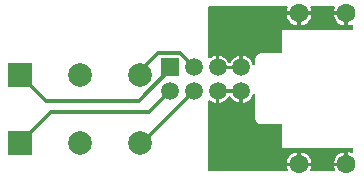
<source format=gbr>
%TF.GenerationSoftware,KiCad,Pcbnew,8.0.4*%
%TF.CreationDate,2024-08-29T22:06:48+05:30*%
%TF.ProjectId,resistor_board,72657369-7374-46f7-925f-626f6172642e,rev?*%
%TF.SameCoordinates,Original*%
%TF.FileFunction,Copper,L1,Top*%
%TF.FilePolarity,Positive*%
%FSLAX46Y46*%
G04 Gerber Fmt 4.6, Leading zero omitted, Abs format (unit mm)*
G04 Created by KiCad (PCBNEW 8.0.4) date 2024-08-29 22:06:48*
%MOMM*%
%LPD*%
G01*
G04 APERTURE LIST*
%TA.AperFunction,ComponentPad*%
%ADD10C,1.600000*%
%TD*%
%TA.AperFunction,ComponentPad*%
%ADD11R,1.500000X1.500000*%
%TD*%
%TA.AperFunction,ComponentPad*%
%ADD12C,1.500000*%
%TD*%
%TA.AperFunction,ComponentPad*%
%ADD13R,2.000000X2.000000*%
%TD*%
%TA.AperFunction,ComponentPad*%
%ADD14C,2.000000*%
%TD*%
%TA.AperFunction,Conductor*%
%ADD15C,0.300000*%
%TD*%
G04 APERTURE END LIST*
D10*
%TO.P,Nichrome,2*%
%TO.N,R_HI*%
X158401100Y-111403600D03*
%TO.P,Nichrome,1*%
%TO.N,R_LO*%
X158401100Y-98603600D03*
%TD*%
%TO.P,R2,1*%
%TO.N,R_LO*%
X162401100Y-98603600D03*
%TO.P,R2,2*%
%TO.N,R_HI*%
X162401100Y-111403600D03*
%TD*%
D11*
%TO.P,J1,1*%
%TO.N,S1_COM*%
X147501090Y-103203600D03*
D12*
%TO.P,J1,2*%
%TO.N,S2_COM*%
X147501090Y-105203600D03*
%TO.P,J1,3*%
%TO.N,S1_NC*%
X149501090Y-103203600D03*
%TO.P,J1,4*%
%TO.N,S2_NC*%
X149501090Y-105203600D03*
%TO.P,J1,5*%
%TO.N,R_LO*%
X151501090Y-103203600D03*
%TO.P,J1,6*%
%TO.N,R_HI*%
X151501090Y-105203600D03*
%TO.P,J1,7*%
%TO.N,R_LO*%
X153501090Y-103203600D03*
%TO.P,J1,8*%
%TO.N,R_HI*%
X153501090Y-105203600D03*
%TD*%
D13*
%TO.P,S1,1*%
%TO.N,S1_COM*%
X134821100Y-103803600D03*
D14*
%TO.P,S1,2*%
%TO.N,S1_NC*%
X144981100Y-103803600D03*
%TO.P,S1,3*%
%TO.N,N/C*%
X139901100Y-103803600D03*
%TD*%
D13*
%TO.P,S2,1*%
%TO.N,S2_COM*%
X134821100Y-109603600D03*
D14*
%TO.P,S2,2*%
%TO.N,S2_NC*%
X144981100Y-109603600D03*
%TO.P,S2,3*%
%TO.N,N/C*%
X139901100Y-109603600D03*
%TD*%
D15*
%TO.N,S2_NC*%
X145101090Y-109603600D02*
X149501090Y-105203600D01*
X144981100Y-109603600D02*
X145101090Y-109603600D01*
%TO.N,S2_COM*%
X137421100Y-107003600D02*
X145701090Y-107003600D01*
X134821100Y-109603600D02*
X137421100Y-107003600D01*
X145701090Y-107003600D02*
X147501090Y-105203600D01*
%TO.N,S1_NC*%
X146501100Y-102003600D02*
X148352640Y-102003600D01*
X144981100Y-103523600D02*
X146501100Y-102003600D01*
X149501090Y-103203600D02*
X149501090Y-103152050D01*
X144981100Y-103803600D02*
X144981100Y-103523600D01*
X148352640Y-102003600D02*
X149501090Y-103152050D01*
%TO.N,S1_COM*%
X144823930Y-106003600D02*
X147501090Y-103326440D01*
X137021100Y-106003600D02*
X144823930Y-106003600D01*
X134821100Y-103803600D02*
X137021100Y-106003600D01*
X147501090Y-103326440D02*
X147501090Y-103203600D01*
%TD*%
%TA.AperFunction,Conductor*%
%TO.N,R_LO*%
G36*
X153051090Y-103144356D02*
G01*
X153051090Y-103262844D01*
X153075408Y-103353600D01*
X151926772Y-103353600D01*
X151951090Y-103262844D01*
X151951090Y-103144356D01*
X151926772Y-103053600D01*
X153075408Y-103053600D01*
X153051090Y-103144356D01*
G37*
%TD.AperFunction*%
%TA.AperFunction,Conductor*%
G36*
X157386578Y-98023785D02*
G01*
X157432333Y-98076589D01*
X157442277Y-98145747D01*
X157428898Y-98186552D01*
X157422620Y-98198296D01*
X157362349Y-98396981D01*
X157356772Y-98453600D01*
X157923655Y-98453600D01*
X157901100Y-98537774D01*
X157901100Y-98669426D01*
X157923655Y-98753600D01*
X157356773Y-98753600D01*
X157362349Y-98810218D01*
X157422620Y-99008902D01*
X157520493Y-99192006D01*
X157652202Y-99352497D01*
X157812693Y-99484206D01*
X157995797Y-99582079D01*
X158194481Y-99642350D01*
X158251100Y-99647926D01*
X158251100Y-99081045D01*
X158335274Y-99103600D01*
X158466926Y-99103600D01*
X158551100Y-99081045D01*
X158551100Y-99647925D01*
X158607718Y-99642350D01*
X158806402Y-99582079D01*
X158989506Y-99484206D01*
X159149997Y-99352497D01*
X159281706Y-99192006D01*
X159379579Y-99008902D01*
X159439850Y-98810218D01*
X159445427Y-98753600D01*
X158878545Y-98753600D01*
X158901100Y-98669426D01*
X158901100Y-98537774D01*
X158878545Y-98453600D01*
X159445427Y-98453600D01*
X159439850Y-98396981D01*
X159379579Y-98198296D01*
X159373302Y-98186552D01*
X159359061Y-98118149D01*
X159384062Y-98052905D01*
X159440368Y-98011536D01*
X159482661Y-98004100D01*
X161319539Y-98004100D01*
X161386578Y-98023785D01*
X161432333Y-98076589D01*
X161442277Y-98145747D01*
X161428898Y-98186552D01*
X161422620Y-98198296D01*
X161362349Y-98396981D01*
X161356772Y-98453600D01*
X161923655Y-98453600D01*
X161901100Y-98537774D01*
X161901100Y-98669426D01*
X161923655Y-98753600D01*
X161356773Y-98753600D01*
X161362349Y-98810218D01*
X161422620Y-99008902D01*
X161520493Y-99192006D01*
X161652202Y-99352497D01*
X161812693Y-99484206D01*
X161995797Y-99582079D01*
X162194481Y-99642350D01*
X162251100Y-99647926D01*
X162251100Y-99081045D01*
X162335274Y-99103600D01*
X162466926Y-99103600D01*
X162551100Y-99081045D01*
X162551100Y-99647925D01*
X162607718Y-99642350D01*
X162806403Y-99582079D01*
X162818143Y-99575804D01*
X162886546Y-99561559D01*
X162951790Y-99586558D01*
X162993163Y-99642861D01*
X163000600Y-99685160D01*
X163000600Y-99879600D01*
X162980915Y-99946639D01*
X162928111Y-99992394D01*
X162876600Y-100003600D01*
X157001100Y-100003600D01*
X157001100Y-101879106D01*
X156981415Y-101946145D01*
X156928611Y-101991900D01*
X156877100Y-102003106D01*
X155266993Y-102003100D01*
X155266992Y-102003100D01*
X155135208Y-102003100D01*
X155135204Y-102003100D01*
X155066994Y-102021377D01*
X155023683Y-102032982D01*
X155007069Y-102035169D01*
X154993774Y-102045371D01*
X154893784Y-102103100D01*
X154847193Y-102149691D01*
X154800601Y-102196282D01*
X154800100Y-102196979D01*
X154798740Y-102199507D01*
X154734708Y-102310412D01*
X154734680Y-102310480D01*
X154734437Y-102311422D01*
X154700600Y-102437706D01*
X154700600Y-102863241D01*
X154680915Y-102930280D01*
X154628111Y-102976035D01*
X154558953Y-102985979D01*
X154495397Y-102956954D01*
X154457940Y-102899237D01*
X154433152Y-102817525D01*
X154339928Y-102643114D01*
X154339924Y-102643107D01*
X154214460Y-102490229D01*
X154061582Y-102364765D01*
X154061575Y-102364761D01*
X153887169Y-102271539D01*
X153697903Y-102214126D01*
X153697904Y-102214126D01*
X153651090Y-102209515D01*
X153651090Y-102777918D01*
X153560334Y-102753600D01*
X153441846Y-102753600D01*
X153351090Y-102777918D01*
X153351090Y-102209515D01*
X153304275Y-102214126D01*
X153115010Y-102271539D01*
X152940604Y-102364761D01*
X152940597Y-102364765D01*
X152787719Y-102490229D01*
X152662255Y-102643107D01*
X152662251Y-102643114D01*
X152610448Y-102740032D01*
X152561486Y-102789876D01*
X152493348Y-102805337D01*
X152427669Y-102781506D01*
X152391732Y-102740032D01*
X152339928Y-102643114D01*
X152339924Y-102643107D01*
X152214460Y-102490229D01*
X152061582Y-102364765D01*
X152061575Y-102364761D01*
X151887169Y-102271539D01*
X151697903Y-102214126D01*
X151697904Y-102214126D01*
X151651090Y-102209515D01*
X151651090Y-102777918D01*
X151560334Y-102753600D01*
X151441846Y-102753600D01*
X151351090Y-102777918D01*
X151351090Y-102209515D01*
X151304275Y-102214126D01*
X151115010Y-102271539D01*
X150940604Y-102364761D01*
X150940598Y-102364765D01*
X150903764Y-102394994D01*
X150839454Y-102422306D01*
X150770587Y-102410515D01*
X150719027Y-102363362D01*
X150701100Y-102299140D01*
X150701100Y-98128100D01*
X150720785Y-98061061D01*
X150773589Y-98015306D01*
X150825100Y-98004100D01*
X157319539Y-98004100D01*
X157386578Y-98023785D01*
G37*
%TD.AperFunction*%
%TD*%
%TA.AperFunction,Conductor*%
%TO.N,R_HI*%
G36*
X154629116Y-105431628D02*
G01*
X154681510Y-105477852D01*
X154700600Y-105543958D01*
X154700600Y-107569491D01*
X154734708Y-107696787D01*
X154767654Y-107753850D01*
X154800600Y-107810914D01*
X154847191Y-107857505D01*
X154893784Y-107904099D01*
X154893786Y-107904100D01*
X154894469Y-107904593D01*
X154896976Y-107905942D01*
X155007914Y-107969992D01*
X155066990Y-107985821D01*
X155135206Y-108004100D01*
X156877101Y-108004106D01*
X156944140Y-108023791D01*
X156989895Y-108076595D01*
X157001100Y-108128106D01*
X157001100Y-110003600D01*
X162876600Y-110003600D01*
X162943639Y-110023285D01*
X162989394Y-110076089D01*
X163000600Y-110127600D01*
X163000600Y-110322039D01*
X162980915Y-110389078D01*
X162928111Y-110434833D01*
X162858953Y-110444777D01*
X162818148Y-110431398D01*
X162806403Y-110425120D01*
X162607718Y-110364849D01*
X162551100Y-110359272D01*
X162551100Y-110926154D01*
X162466926Y-110903600D01*
X162335274Y-110903600D01*
X162251100Y-110926154D01*
X162251100Y-110359272D01*
X162194481Y-110364849D01*
X161995797Y-110425120D01*
X161812693Y-110522993D01*
X161652202Y-110654702D01*
X161520493Y-110815193D01*
X161422620Y-110998297D01*
X161362349Y-111196981D01*
X161356772Y-111253600D01*
X161923655Y-111253600D01*
X161901100Y-111337774D01*
X161901100Y-111469426D01*
X161923655Y-111553600D01*
X161356773Y-111553600D01*
X161362349Y-111610218D01*
X161422620Y-111808903D01*
X161428898Y-111820648D01*
X161443139Y-111889051D01*
X161418138Y-111954295D01*
X161361832Y-111995664D01*
X161319539Y-112003100D01*
X159482661Y-112003100D01*
X159415622Y-111983415D01*
X159369867Y-111930611D01*
X159359923Y-111861453D01*
X159373302Y-111820648D01*
X159379579Y-111808903D01*
X159439850Y-111610218D01*
X159445427Y-111553600D01*
X158878545Y-111553600D01*
X158901100Y-111469426D01*
X158901100Y-111337774D01*
X158878545Y-111253600D01*
X159445427Y-111253600D01*
X159439850Y-111196981D01*
X159379579Y-110998297D01*
X159281706Y-110815193D01*
X159149997Y-110654702D01*
X158989506Y-110522993D01*
X158806402Y-110425120D01*
X158607718Y-110364849D01*
X158551100Y-110359272D01*
X158551100Y-110926154D01*
X158466926Y-110903600D01*
X158335274Y-110903600D01*
X158251100Y-110926154D01*
X158251100Y-110359272D01*
X158194481Y-110364849D01*
X157995797Y-110425120D01*
X157812693Y-110522993D01*
X157652202Y-110654702D01*
X157520493Y-110815193D01*
X157422620Y-110998297D01*
X157362349Y-111196981D01*
X157356772Y-111253600D01*
X157923655Y-111253600D01*
X157901100Y-111337774D01*
X157901100Y-111469426D01*
X157923655Y-111553600D01*
X157356773Y-111553600D01*
X157362349Y-111610218D01*
X157422620Y-111808903D01*
X157428898Y-111820648D01*
X157443139Y-111889051D01*
X157418138Y-111954295D01*
X157361832Y-111995664D01*
X157319539Y-112003100D01*
X150825100Y-112003100D01*
X150758061Y-111983415D01*
X150712306Y-111930611D01*
X150701100Y-111879100D01*
X150701100Y-106108059D01*
X150720785Y-106041020D01*
X150773589Y-105995265D01*
X150842747Y-105985321D01*
X150903766Y-106012206D01*
X150940603Y-106042437D01*
X150940604Y-106042438D01*
X151115010Y-106135660D01*
X151304275Y-106193073D01*
X151351090Y-106197683D01*
X151351090Y-105629281D01*
X151441846Y-105653600D01*
X151560334Y-105653600D01*
X151651090Y-105629281D01*
X151651090Y-106197682D01*
X151697904Y-106193073D01*
X151887169Y-106135660D01*
X152061575Y-106042438D01*
X152061582Y-106042434D01*
X152214460Y-105916970D01*
X152339924Y-105764092D01*
X152339926Y-105764089D01*
X152391731Y-105667168D01*
X152440693Y-105617323D01*
X152508831Y-105601862D01*
X152574511Y-105625693D01*
X152610449Y-105667168D01*
X152662253Y-105764089D01*
X152662255Y-105764092D01*
X152787719Y-105916970D01*
X152940597Y-106042434D01*
X152940604Y-106042438D01*
X153115010Y-106135660D01*
X153304275Y-106193073D01*
X153351090Y-106197683D01*
X153351090Y-105629281D01*
X153441846Y-105653600D01*
X153560334Y-105653600D01*
X153651090Y-105629281D01*
X153651090Y-106197682D01*
X153697904Y-106193073D01*
X153887169Y-106135660D01*
X154061575Y-106042438D01*
X154061582Y-106042434D01*
X154214460Y-105916970D01*
X154339924Y-105764092D01*
X154339928Y-105764085D01*
X154433151Y-105589677D01*
X154457939Y-105507963D01*
X154496237Y-105449524D01*
X154560049Y-105421068D01*
X154629116Y-105431628D01*
G37*
%TD.AperFunction*%
%TA.AperFunction,Conductor*%
G36*
X153051090Y-105144356D02*
G01*
X153051090Y-105262844D01*
X153075408Y-105353600D01*
X151926772Y-105353600D01*
X151951090Y-105262844D01*
X151951090Y-105144356D01*
X151926772Y-105053600D01*
X153075408Y-105053600D01*
X153051090Y-105144356D01*
G37*
%TD.AperFunction*%
%TD*%
M02*

</source>
